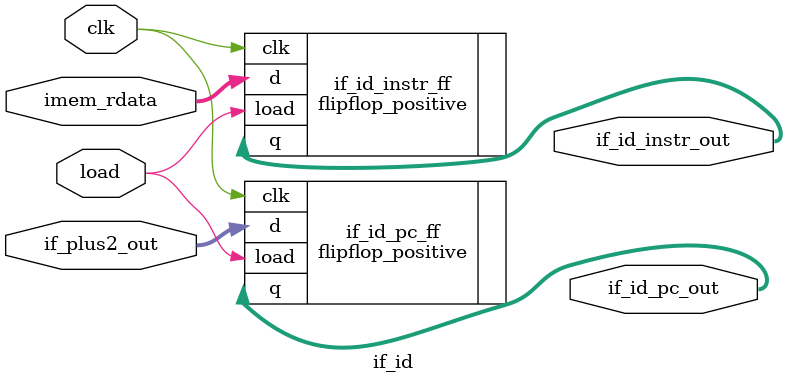
<source format=sv>

module if_id
(
	//inputs/outputs here

	input clk,
	input load,

	input [15:0] if_plus2_out,
	input [15:0] imem_rdata,

	output logic [15:0] if_id_pc_out,
	output logic [15:0] if_id_instr_out
);

//internal signals here

//modules here

//make regfile outs negative edge triggered! and cc too

//need pc reg?

//neg vs. pos???????

flipflop_positive if_id_pc_ff
(
	.clk(clk),
	.load(load),
	.d(if_plus2_out),
	.q(if_id_pc_out)
);

flipflop_positive if_id_instr_ff
(
	.clk(clk),
	.load(load),
	.d(imem_rdata),
	.q(if_id_instr_out)
);

endmodule : if_id
</source>
